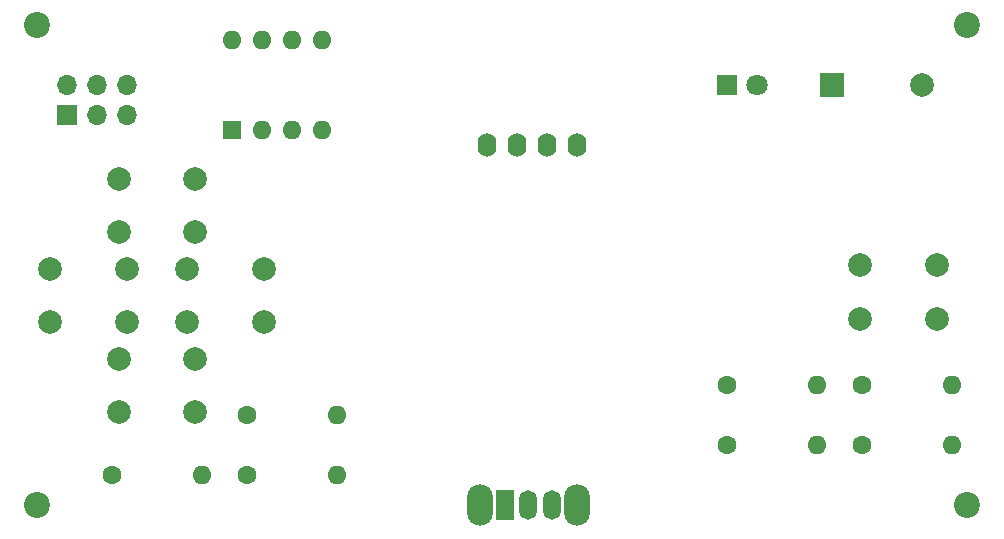
<source format=gbr>
%TF.GenerationSoftware,KiCad,Pcbnew,8.0.3*%
%TF.CreationDate,2024-06-30T11:32:45+09:00*%
%TF.ProjectId,gamepad_attiny85,67616d65-7061-4645-9f61-7474696e7938,rev?*%
%TF.SameCoordinates,Original*%
%TF.FileFunction,Soldermask,Top*%
%TF.FilePolarity,Negative*%
%FSLAX46Y46*%
G04 Gerber Fmt 4.6, Leading zero omitted, Abs format (unit mm)*
G04 Created by KiCad (PCBNEW 8.0.3) date 2024-06-30 11:32:45*
%MOMM*%
%LPD*%
G01*
G04 APERTURE LIST*
%ADD10C,2.200000*%
%ADD11C,1.600000*%
%ADD12O,1.600000X1.600000*%
%ADD13C,2.000000*%
%ADD14R,1.800000X1.800000*%
%ADD15C,1.800000*%
%ADD16R,1.600000X1.600000*%
%ADD17R,2.000000X2.000000*%
%ADD18R,1.700000X1.700000*%
%ADD19O,1.700000X1.700000*%
%ADD20O,1.500000X2.500000*%
%ADD21R,1.500000X2.500000*%
%ADD22O,2.200000X3.500000*%
%ADD23O,1.600000X2.000000*%
G04 APERTURE END LIST*
D10*
%TO.C,REF\u002A\u002A*%
X25400000Y-20320000D03*
%TD*%
%TO.C,REF\u002A\u002A*%
X104140000Y-20320000D03*
%TD*%
%TO.C,REF\u002A\u002A*%
X104140000Y-60960000D03*
%TD*%
%TO.C,REF\u002A\u002A*%
X25400000Y-60960000D03*
%TD*%
D11*
%TO.C,R7*%
X31750000Y-58420000D03*
D12*
X39370000Y-58420000D03*
%TD*%
D11*
%TO.C,R6*%
X95250000Y-55880000D03*
D12*
X102870000Y-55880000D03*
%TD*%
D11*
%TO.C,R5*%
X43180000Y-58420000D03*
D12*
X50800000Y-58420000D03*
%TD*%
D11*
%TO.C,R4*%
X83820000Y-55880000D03*
D12*
X91440000Y-55880000D03*
%TD*%
D11*
%TO.C,R3*%
X43180000Y-53340000D03*
D12*
X50800000Y-53340000D03*
%TD*%
D11*
%TO.C,R2*%
X95250000Y-50800000D03*
D12*
X102870000Y-50800000D03*
%TD*%
D13*
%TO.C,SW3*%
X26520000Y-40930000D03*
X33020000Y-40930000D03*
X26520000Y-45430000D03*
X33020000Y-45430000D03*
%TD*%
%TO.C,SW1*%
X32310000Y-33310000D03*
X38810000Y-33310000D03*
X32310000Y-37810000D03*
X38810000Y-37810000D03*
%TD*%
%TO.C,SW2*%
X32310000Y-48550000D03*
X38810000Y-48550000D03*
X32310000Y-53050000D03*
X38810000Y-53050000D03*
%TD*%
D14*
%TO.C,D1*%
X83820000Y-25400000D03*
D15*
X86360000Y-25400000D03*
%TD*%
D16*
%TO.C,Attiny85*%
X41920000Y-29200000D03*
D12*
X44460000Y-29200000D03*
X47000000Y-29200000D03*
X49540000Y-29200000D03*
X49540000Y-21580000D03*
X47000000Y-21580000D03*
X44460000Y-21580000D03*
X41920000Y-21580000D03*
%TD*%
D17*
%TO.C,BZ1*%
X92720000Y-25400000D03*
D13*
X100320000Y-25400000D03*
%TD*%
%TO.C,SW5*%
X38100000Y-40930000D03*
X44600000Y-40930000D03*
X38100000Y-45430000D03*
X44600000Y-45430000D03*
%TD*%
D18*
%TO.C,J2*%
X27940000Y-27940000D03*
D19*
X27940000Y-25400000D03*
X30480000Y-27940000D03*
X30480000Y-25400000D03*
X33020000Y-27940000D03*
X33020000Y-25400000D03*
%TD*%
D20*
%TO.C,POWER1*%
X69020000Y-60960000D03*
X67020000Y-60960000D03*
D21*
X65020000Y-60960000D03*
D22*
X71120000Y-60960000D03*
X62920000Y-60960000D03*
%TD*%
D13*
%TO.C,SW7*%
X95100000Y-40640000D03*
X101600000Y-40640000D03*
X95100000Y-45140000D03*
X101600000Y-45140000D03*
%TD*%
D23*
%TO.C,SSD1306*%
X63500000Y-30480000D03*
X66040000Y-30480000D03*
X68580000Y-30480000D03*
X71120000Y-30480000D03*
%TD*%
D11*
%TO.C,33K1*%
X83820000Y-50800000D03*
D12*
X91440000Y-50800000D03*
%TD*%
M02*

</source>
